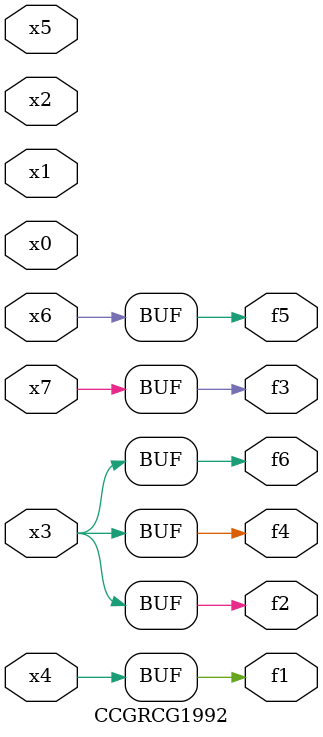
<source format=v>
module CCGRCG1992(
	input x0, x1, x2, x3, x4, x5, x6, x7,
	output f1, f2, f3, f4, f5, f6
);
	assign f1 = x4;
	assign f2 = x3;
	assign f3 = x7;
	assign f4 = x3;
	assign f5 = x6;
	assign f6 = x3;
endmodule

</source>
